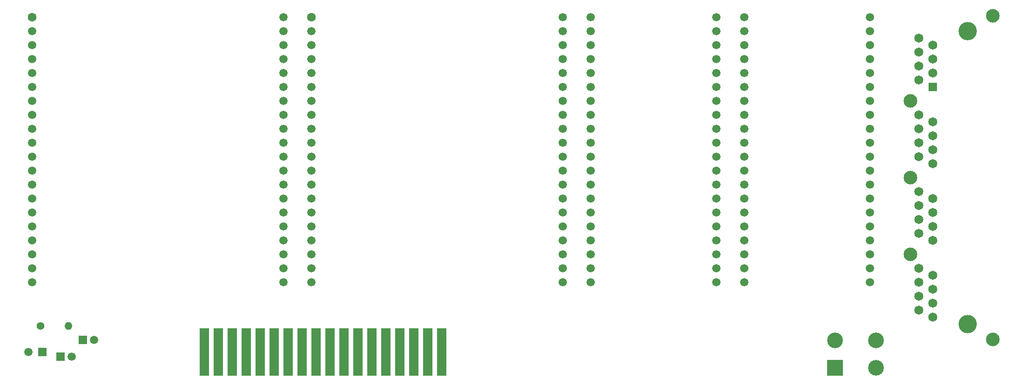
<source format=gbs>
%TF.GenerationSoftware,KiCad,Pcbnew,8.0.7*%
%TF.CreationDate,2025-04-27T11:53:16+02:00*%
%TF.ProjectId,GPIO 32bit Board,4750494f-2033-4326-9269-7420426f6172,Pico GPIO Wide*%
%TF.SameCoordinates,Original*%
%TF.FileFunction,Soldermask,Bot*%
%TF.FilePolarity,Negative*%
%FSLAX46Y46*%
G04 Gerber Fmt 4.6, Leading zero omitted, Abs format (unit mm)*
G04 Created by KiCad (PCBNEW 8.0.7) date 2025-04-27 11:53:16*
%MOMM*%
%LPD*%
G01*
G04 APERTURE LIST*
%ADD10R,2.850000X2.850000*%
%ADD11C,2.850000*%
%ADD12R,1.780000X8.620000*%
%ADD13C,1.400000*%
%ADD14O,1.400000X1.400000*%
%ADD15C,1.600000*%
%ADD16C,1.500000*%
%ADD17R,1.500000X1.500000*%
%ADD18C,3.330000*%
%ADD19R,1.650000X1.650000*%
%ADD20C,1.650000*%
%ADD21C,2.475000*%
G04 APERTURE END LIST*
D10*
%TO.C,J3*%
X146050000Y-15621000D03*
D11*
X153550000Y-15621000D03*
X146050000Y-10621000D03*
X153550000Y-10621000D03*
%TD*%
D12*
%TO.C,J2*%
X31369048Y-12700000D03*
X33909048Y-12700000D03*
X36449048Y-12700000D03*
X38989048Y-12700000D03*
X41529048Y-12700000D03*
X44069048Y-12700000D03*
X46609048Y-12700000D03*
X49149048Y-12700000D03*
X51689048Y-12700000D03*
X54229048Y-12700000D03*
X56769048Y-12700000D03*
X59309048Y-12700000D03*
X61849048Y-12700000D03*
X64389048Y-12700000D03*
X66929048Y-12700000D03*
X69469048Y-12700000D03*
X72009048Y-12700000D03*
X74549048Y-12700000D03*
%TD*%
D13*
%TO.C,R1*%
X1524000Y-8001000D03*
D14*
X6604000Y-8001000D03*
%TD*%
D15*
%TO.C,B1*%
X50800000Y48260000D03*
D16*
X50800000Y45720000D03*
X50800000Y43180000D03*
X50800000Y40640000D03*
X50800000Y38100000D03*
X50800000Y35560000D03*
X50800000Y33020000D03*
X50800000Y30480000D03*
X50800000Y27940000D03*
X50800000Y25400000D03*
X50800000Y22860000D03*
X50800000Y20320000D03*
X50800000Y17780000D03*
X50800000Y15240000D03*
X50800000Y12700000D03*
X50800000Y10160000D03*
X50800000Y7620000D03*
X50800000Y5080000D03*
X50800000Y2540000D03*
X50800000Y0D03*
X96520000Y0D03*
X96520000Y2540000D03*
X96520000Y5080000D03*
X96520000Y7620000D03*
X96520000Y10160000D03*
X96520000Y12700000D03*
X96520000Y15240000D03*
X96520000Y17780000D03*
X96520000Y20320000D03*
X96520000Y22860000D03*
X96520000Y25400000D03*
X96520000Y27940000D03*
X96520000Y30480000D03*
X96520000Y33020000D03*
X96520000Y35560000D03*
X96520000Y38100000D03*
X96520000Y40640000D03*
X96520000Y43180000D03*
X96520000Y45720000D03*
X96520000Y48260000D03*
%TD*%
D17*
%TO.C,C1*%
X9287000Y-10541000D03*
D16*
X11287000Y-10541000D03*
%TD*%
D17*
%TO.C,C2*%
X5207000Y-13589000D03*
D16*
X7207000Y-13589000D03*
%TD*%
D17*
%TO.C,LED1*%
X1905000Y-12700000D03*
D16*
X-635000Y-12700000D03*
%TD*%
D15*
%TO.C,B2*%
X0Y48260000D03*
D16*
X0Y45720000D03*
X0Y43180000D03*
X0Y40640000D03*
X0Y38100000D03*
X0Y35560000D03*
X0Y33020000D03*
X0Y30480000D03*
X0Y27940000D03*
X0Y25400000D03*
X0Y22860000D03*
X0Y20320000D03*
X0Y17780000D03*
X0Y15240000D03*
X0Y12700000D03*
X0Y10160000D03*
X0Y7620000D03*
X0Y5080000D03*
X0Y2540000D03*
X0Y0D03*
X45720000Y0D03*
X45720000Y2540000D03*
X45720000Y5080000D03*
X45720000Y7620000D03*
X45720000Y10160000D03*
X45720000Y12700000D03*
X45720000Y15240000D03*
X45720000Y17780000D03*
X45720000Y20320000D03*
X45720000Y22860000D03*
X45720000Y25400000D03*
X45720000Y27940000D03*
X45720000Y30480000D03*
X45720000Y33020000D03*
X45720000Y35560000D03*
X45720000Y38100000D03*
X45720000Y40640000D03*
X45720000Y43180000D03*
X45720000Y45720000D03*
X45720000Y48260000D03*
%TD*%
%TO.C,B3*%
X101600000Y48260000D03*
X101600000Y45720000D03*
X101600000Y43180000D03*
X101600000Y40640000D03*
X101600000Y38100000D03*
X101600000Y35560000D03*
X101600000Y33020000D03*
X101600000Y30480000D03*
X101600000Y27940000D03*
X101600000Y25400000D03*
X101600000Y22860000D03*
X101600000Y20320000D03*
X101600000Y17780000D03*
X101600000Y15240000D03*
X101600000Y12700000D03*
X101600000Y10160000D03*
X101600000Y7620000D03*
X101600000Y5080000D03*
X101600000Y2540000D03*
X101600000Y0D03*
X124460000Y0D03*
X124460000Y2540000D03*
X124460000Y5080000D03*
X124460000Y7620000D03*
X124460000Y10160000D03*
X124460000Y12700000D03*
X124460000Y15240000D03*
X124460000Y17780000D03*
X124460000Y20320000D03*
X124460000Y22860000D03*
X124460000Y25400000D03*
X124460000Y27940000D03*
X124460000Y30480000D03*
X124460000Y33020000D03*
X124460000Y35560000D03*
X124460000Y38100000D03*
X124460000Y40640000D03*
X124460000Y43180000D03*
X124460000Y45720000D03*
X124460000Y48260000D03*
%TD*%
%TO.C,B4*%
X129540000Y48260000D03*
X129540000Y45720000D03*
X129540000Y43180000D03*
X129540000Y40640000D03*
X129540000Y38100000D03*
X129540000Y35560000D03*
X129540000Y33020000D03*
X129540000Y30480000D03*
X129540000Y27940000D03*
X129540000Y25400000D03*
X129540000Y22860000D03*
X129540000Y20320000D03*
X129540000Y17780000D03*
X129540000Y15240000D03*
X129540000Y12700000D03*
X129540000Y10160000D03*
X129540000Y7620000D03*
X129540000Y5080000D03*
X129540000Y2540000D03*
X129540000Y0D03*
X152400000Y0D03*
X152400000Y2540000D03*
X152400000Y5080000D03*
X152400000Y7620000D03*
X152400000Y10160000D03*
X152400000Y12700000D03*
X152400000Y15240000D03*
X152400000Y17780000D03*
X152400000Y20320000D03*
X152400000Y22860000D03*
X152400000Y25400000D03*
X152400000Y27940000D03*
X152400000Y30480000D03*
X152400000Y33020000D03*
X152400000Y35560000D03*
X152400000Y38100000D03*
X152400000Y40640000D03*
X152400000Y43180000D03*
X152400000Y45720000D03*
X152400000Y48260000D03*
%TD*%
D18*
%TO.C,J1*%
X170180000Y-7620000D03*
X170180000Y45720000D03*
D19*
X163830000Y35560000D03*
D20*
X161290000Y36830000D03*
X163830000Y38100000D03*
X161290000Y39370000D03*
X163830000Y40640000D03*
X161290000Y41910000D03*
X163830000Y43180000D03*
X161290000Y44450000D03*
X163830000Y21590000D03*
X161290000Y22860000D03*
X163830000Y24130000D03*
X161290000Y25400000D03*
X163830000Y26670000D03*
X161290000Y27940000D03*
X163830000Y29210000D03*
X161290000Y30480000D03*
X163830000Y7620000D03*
X161290000Y8890000D03*
X163830000Y10160000D03*
X161290000Y11430000D03*
X163830000Y12700000D03*
X161290000Y13970000D03*
X163830000Y15240000D03*
X161290000Y16510000D03*
X163830000Y-6350000D03*
X161290000Y-5080000D03*
X163830000Y-3810000D03*
X161290000Y-2540000D03*
X163830000Y-1270000D03*
X161290000Y0D03*
X163830000Y1270000D03*
X161290000Y2540000D03*
D21*
X174750000Y-10410000D03*
X159770000Y5080000D03*
X159770000Y19050000D03*
X159770000Y33020000D03*
X174750000Y48510000D03*
%TD*%
M02*

</source>
